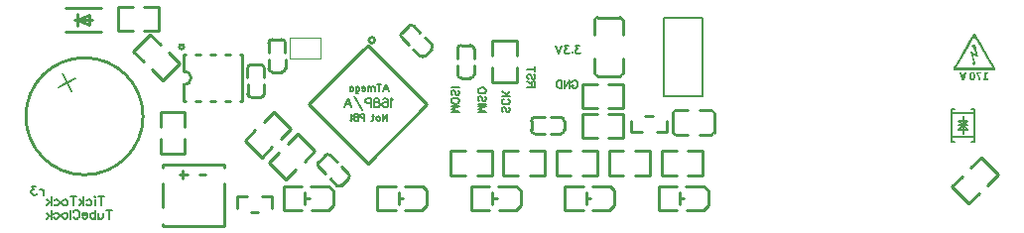
<source format=gbo>
G04 Layer: BottomSilkscreenLayer*
G04 EasyEDA v6.5.1, 2022-03-27 10:56:29*
G04 5bdfba2922064175801a4ef29472edea,f5a38c858c354eb5b90fd3f81420cce3,10*
G04 Gerber Generator version 0.2*
G04 Scale: 100 percent, Rotated: No, Reflected: No *
G04 Dimensions in millimeters *
G04 leading zeros omitted , absolute positions ,4 integer and 5 decimal *
%FSLAX45Y45*%
%MOMM*%

%ADD10C,0.2540*%
%ADD12C,0.1500*%
%ADD47C,0.1524*%
%ADD50C,0.1600*%
%ADD51C,0.2007*%
%ADD52C,0.1016*%
%ADD53C,0.2030*%

%LPD*%
G36*
X8592007Y-290880D02*
G01*
X8589416Y-291744D01*
X8586724Y-294030D01*
X8573465Y-315925D01*
X8546693Y-361696D01*
X8471509Y-492353D01*
X8440013Y-547725D01*
X8419159Y-584860D01*
X8440267Y-584860D01*
X8550198Y-395325D01*
X8579459Y-345236D01*
X8593074Y-322630D01*
X8596071Y-327253D01*
X8616137Y-360934D01*
X8649970Y-418795D01*
X8746236Y-584860D01*
X8646820Y-585266D01*
X8516823Y-585165D01*
X8419159Y-584860D01*
X8413546Y-595680D01*
X8414258Y-598830D01*
X8416188Y-601624D01*
X8419134Y-603808D01*
X8423249Y-605129D01*
X8446465Y-605383D01*
X8586825Y-605485D01*
X8766708Y-605078D01*
X8771229Y-600608D01*
X8772296Y-598932D01*
X8773007Y-597306D01*
X8773261Y-595884D01*
X8770721Y-590702D01*
X8752890Y-558495D01*
X8722969Y-505815D01*
X8650528Y-380339D01*
X8619947Y-328168D01*
X8601100Y-296773D01*
X8597900Y-292100D01*
X8594801Y-291033D01*
G37*
G36*
X8584844Y-391922D02*
G01*
X8574786Y-392176D01*
X8571738Y-392480D01*
X8570671Y-392836D01*
X8575649Y-404672D01*
X8599373Y-458673D01*
X8604046Y-470154D01*
X8597239Y-466851D01*
X8565438Y-449783D01*
X8560460Y-447344D01*
X8558428Y-446633D01*
X8559190Y-450545D01*
X8565642Y-475792D01*
X8583269Y-541731D01*
X8582812Y-541832D01*
X8579662Y-540512D01*
X8571534Y-535838D01*
X8596528Y-572160D01*
X8601202Y-543153D01*
X8602980Y-530098D01*
X8601710Y-531368D01*
X8597646Y-536803D01*
X8596325Y-538226D01*
X8595258Y-538988D01*
X8594648Y-539038D01*
X8592007Y-522985D01*
X8587892Y-493420D01*
X8585758Y-474980D01*
X8586622Y-474268D01*
X8589822Y-475183D01*
X8596223Y-478180D01*
X8615019Y-487832D01*
X8626449Y-493420D01*
X8628329Y-494080D01*
X8627364Y-489864D01*
X8619693Y-462483D01*
X8599068Y-391922D01*
G37*
G36*
X8473440Y-620928D02*
G01*
X8466074Y-621334D01*
X8465464Y-621639D01*
X8485225Y-688289D01*
X8485936Y-689406D01*
X8487562Y-690067D01*
X8490661Y-690422D01*
X8505342Y-690473D01*
X8525916Y-622452D01*
X8525764Y-621639D01*
X8524544Y-621233D01*
X8522004Y-621080D01*
X8509152Y-621538D01*
X8495639Y-674014D01*
X8494877Y-672592D01*
X8493201Y-667308D01*
X8488172Y-648411D01*
X8481364Y-620928D01*
G37*
G36*
X8573871Y-621182D02*
G01*
X8567724Y-622452D01*
X8562594Y-625043D01*
X8557615Y-629970D01*
X8554415Y-636117D01*
X8552738Y-644398D01*
X8552296Y-654253D01*
X8567064Y-654253D01*
X8567318Y-646277D01*
X8567775Y-641197D01*
X8568588Y-638149D01*
X8569858Y-636219D01*
X8572754Y-634136D01*
X8576005Y-633577D01*
X8579104Y-634542D01*
X8581644Y-636981D01*
X8582761Y-639775D01*
X8583625Y-644093D01*
X8584184Y-649325D01*
X8584488Y-655116D01*
X8584438Y-660958D01*
X8584082Y-666394D01*
X8583371Y-670915D01*
X8582355Y-674065D01*
X8581034Y-676351D01*
X8579713Y-677672D01*
X8578037Y-678332D01*
X8575649Y-678484D01*
X8571179Y-677367D01*
X8568436Y-673506D01*
X8567166Y-666089D01*
X8567064Y-654253D01*
X8552296Y-654253D01*
X8552535Y-664464D01*
X8553551Y-671880D01*
X8555278Y-677976D01*
X8557717Y-682853D01*
X8560968Y-686562D01*
X8565032Y-689152D01*
X8569960Y-690626D01*
X8575751Y-691134D01*
X8581136Y-690676D01*
X8585809Y-689305D01*
X8589721Y-686968D01*
X8592972Y-683666D01*
X8595563Y-679399D01*
X8597493Y-674065D01*
X8598763Y-667715D01*
X8599474Y-660247D01*
X8599576Y-653237D01*
X8599119Y-646887D01*
X8598204Y-641197D01*
X8596731Y-636219D01*
X8594750Y-631901D01*
X8592210Y-628243D01*
X8589213Y-625297D01*
X8585657Y-623011D01*
X8580120Y-621334D01*
G37*
G36*
X8679535Y-622147D02*
G01*
X8679535Y-677824D01*
X8666835Y-677824D01*
X8666835Y-690524D01*
X8711184Y-690524D01*
X8711184Y-677824D01*
X8695994Y-677824D01*
X8695994Y-638759D01*
X8705443Y-638048D01*
X8707272Y-637438D01*
X8708085Y-636016D01*
X8708796Y-628853D01*
X8696350Y-624433D01*
X8692337Y-623366D01*
X8688527Y-622655D01*
X8685530Y-622350D01*
G37*
G36*
X8608618Y-622147D02*
G01*
X8608618Y-626618D01*
X8608872Y-629056D01*
X8609787Y-631748D01*
X8611311Y-634796D01*
X8616696Y-643229D01*
X8619337Y-647903D01*
X8621471Y-652424D01*
X8623249Y-657047D01*
X8624620Y-661873D01*
X8625687Y-667156D01*
X8626500Y-672947D01*
X8627973Y-690524D01*
X8644331Y-690524D01*
X8642654Y-676351D01*
X8641486Y-670509D01*
X8639962Y-664667D01*
X8638184Y-659028D01*
X8636101Y-653592D01*
X8633815Y-648462D01*
X8631275Y-643788D01*
X8626195Y-636168D01*
X8656066Y-635457D01*
X8656828Y-622147D01*
G37*
D50*
X5226047Y-399257D02*
G01*
X5191046Y-399257D01*
X5210136Y-424710D01*
X5200591Y-424713D01*
X5194228Y-427893D01*
X5191046Y-431076D01*
X5187863Y-440623D01*
X5187863Y-446984D01*
X5191046Y-456531D01*
X5197411Y-462894D01*
X5206956Y-466077D01*
X5216499Y-466077D01*
X5226047Y-462894D01*
X5229230Y-459712D01*
X5232410Y-453349D01*
X5163682Y-450166D02*
G01*
X5166865Y-453349D01*
X5163682Y-456531D01*
X5160500Y-453349D01*
X5163682Y-450166D01*
X5133136Y-399257D02*
G01*
X5098138Y-399260D01*
X5117228Y-424713D01*
X5107680Y-424713D01*
X5101318Y-427893D01*
X5098138Y-431076D01*
X5094955Y-440623D01*
X5094955Y-446986D01*
X5098138Y-456531D01*
X5104500Y-462894D01*
X5114046Y-466077D01*
X5123591Y-466077D01*
X5133136Y-462894D01*
X5136319Y-459712D01*
X5139499Y-453349D01*
X5073954Y-399260D02*
G01*
X5048501Y-466077D01*
X5023045Y-399257D02*
G01*
X5048501Y-466077D01*
X5159283Y-707268D02*
G01*
X5162463Y-700902D01*
X5168828Y-694540D01*
X5175194Y-691357D01*
X5187919Y-691357D01*
X5194282Y-694540D01*
X5200644Y-700902D01*
X5203830Y-707268D01*
X5207010Y-716813D01*
X5207010Y-732723D01*
X5203827Y-742266D01*
X5200647Y-748629D01*
X5194282Y-754994D01*
X5187916Y-758177D01*
X5175191Y-758177D01*
X5168828Y-754994D01*
X5162463Y-748631D01*
X5159281Y-742266D01*
X5159281Y-732723D01*
X5175191Y-732723D02*
G01*
X5159281Y-732723D01*
X5138282Y-691360D02*
G01*
X5138282Y-758177D01*
X5138282Y-691360D02*
G01*
X5093736Y-758177D01*
X5093738Y-691357D02*
G01*
X5093736Y-758177D01*
X5072738Y-691360D02*
G01*
X5072738Y-758177D01*
X5072738Y-691360D02*
G01*
X5050464Y-691357D01*
X5040919Y-694540D01*
X5034556Y-700902D01*
X5031371Y-707268D01*
X5028191Y-716813D01*
X5028191Y-732723D01*
X5031374Y-742266D01*
X5034554Y-748629D01*
X5040919Y-754994D01*
X5050464Y-758177D01*
X5072738Y-758177D01*
X4620392Y-920653D02*
G01*
X4626754Y-927018D01*
X4629934Y-936564D01*
X4629934Y-949289D01*
X4626754Y-958837D01*
X4620392Y-965200D01*
X4614026Y-965200D01*
X4607664Y-962017D01*
X4604484Y-958837D01*
X4601298Y-952472D01*
X4594936Y-933381D01*
X4591753Y-927018D01*
X4588570Y-923836D01*
X4582210Y-920653D01*
X4572662Y-920653D01*
X4566300Y-927018D01*
X4563117Y-936564D01*
X4563117Y-949289D01*
X4566300Y-958837D01*
X4572662Y-965200D01*
X4614026Y-851928D02*
G01*
X4620392Y-855108D01*
X4626754Y-861471D01*
X4629934Y-867836D01*
X4629937Y-880564D01*
X4626754Y-886927D01*
X4620392Y-893290D01*
X4614026Y-896475D01*
X4604481Y-899655D01*
X4588570Y-899655D01*
X4579028Y-896472D01*
X4572665Y-893292D01*
X4566300Y-886927D01*
X4563117Y-880562D01*
X4563117Y-867836D01*
X4566300Y-861471D01*
X4572662Y-855108D01*
X4579028Y-851926D01*
X4629934Y-830927D02*
G01*
X4563117Y-830927D01*
X4629934Y-786381D02*
G01*
X4585388Y-830927D01*
X4601298Y-815017D02*
G01*
X4563117Y-786381D01*
X4426734Y-965200D02*
G01*
X4359917Y-965200D01*
X4426734Y-965200D02*
G01*
X4359917Y-939746D01*
X4426737Y-914290D02*
G01*
X4359917Y-939746D01*
X4426737Y-914290D02*
G01*
X4359917Y-914290D01*
X4426737Y-893292D02*
G01*
X4359917Y-893290D01*
X4417192Y-827745D02*
G01*
X4423554Y-834108D01*
X4426734Y-843653D01*
X4426737Y-856383D01*
X4423554Y-865926D01*
X4417192Y-872289D01*
X4410826Y-872291D01*
X4404461Y-869109D01*
X4401281Y-865929D01*
X4398098Y-859563D01*
X4391736Y-840473D01*
X4388553Y-834110D01*
X4385370Y-830927D01*
X4379008Y-827745D01*
X4369465Y-827745D01*
X4363100Y-834110D01*
X4359917Y-843653D01*
X4359917Y-856381D01*
X4363100Y-865926D01*
X4369462Y-872289D01*
X4426737Y-787654D02*
G01*
X4423557Y-794019D01*
X4417192Y-800384D01*
X4410826Y-803564D01*
X4401281Y-806744D01*
X4385370Y-806744D01*
X4375828Y-803562D01*
X4369465Y-800381D01*
X4363100Y-794019D01*
X4359917Y-787654D01*
X4359917Y-774926D01*
X4363100Y-768563D01*
X4369462Y-762200D01*
X4375825Y-759018D01*
X4385373Y-755835D01*
X4401284Y-755835D01*
X4410826Y-759018D01*
X4417192Y-762200D01*
X4423554Y-768563D01*
X4426737Y-774928D01*
X4426737Y-787654D01*
X4198134Y-965200D02*
G01*
X4131317Y-965200D01*
X4198134Y-965200D02*
G01*
X4131317Y-939746D01*
X4198137Y-914290D02*
G01*
X4131317Y-939746D01*
X4198137Y-914290D02*
G01*
X4131317Y-914290D01*
X4198137Y-874199D02*
G01*
X4194954Y-880564D01*
X4188592Y-886927D01*
X4182226Y-890109D01*
X4172681Y-893290D01*
X4156773Y-893292D01*
X4147225Y-890109D01*
X4140865Y-886927D01*
X4134500Y-880562D01*
X4131317Y-874201D01*
X4131317Y-861471D01*
X4134500Y-855108D01*
X4140865Y-848746D01*
X4147225Y-845563D01*
X4156770Y-842383D01*
X4172681Y-842383D01*
X4182226Y-845563D01*
X4188592Y-848743D01*
X4194957Y-855108D01*
X4198137Y-861471D01*
X4198137Y-874199D01*
X4188592Y-776836D02*
G01*
X4194954Y-783201D01*
X4198137Y-792744D01*
X4198137Y-805472D01*
X4194954Y-815019D01*
X4188592Y-821382D01*
X4182226Y-821380D01*
X4175864Y-818200D01*
X4172681Y-815017D01*
X4169501Y-808654D01*
X4163136Y-789564D01*
X4159953Y-783198D01*
X4156773Y-780018D01*
X4150408Y-776836D01*
X4140865Y-776836D01*
X4134500Y-783201D01*
X4131317Y-792746D01*
X4131317Y-805474D01*
X4134500Y-815017D01*
X4140865Y-821380D01*
X4198137Y-755835D02*
G01*
X4131317Y-755837D01*
X4845834Y-749300D02*
G01*
X4779017Y-749300D01*
X4845834Y-749300D02*
G01*
X4845834Y-720664D01*
X4842654Y-711118D01*
X4839474Y-707936D01*
X4833109Y-704753D01*
X4826746Y-704753D01*
X4820381Y-707936D01*
X4817201Y-711118D01*
X4814018Y-720664D01*
X4814018Y-749300D01*
X4814018Y-727026D02*
G01*
X4779017Y-704753D01*
X4836292Y-639208D02*
G01*
X4842654Y-645571D01*
X4845834Y-655119D01*
X4845834Y-667844D01*
X4842654Y-677392D01*
X4836292Y-683755D01*
X4829926Y-683752D01*
X4823564Y-680572D01*
X4820381Y-677390D01*
X4817201Y-671027D01*
X4810836Y-651936D01*
X4807653Y-645571D01*
X4804470Y-642391D01*
X4798110Y-639208D01*
X4788562Y-639208D01*
X4782200Y-645571D01*
X4779017Y-655119D01*
X4779017Y-667844D01*
X4782200Y-677392D01*
X4788562Y-683755D01*
X4845837Y-595937D02*
G01*
X4779017Y-595934D01*
X4845837Y-618208D02*
G01*
X4845834Y-573664D01*
X3632200Y-860917D02*
G01*
X3624927Y-857283D01*
X3614018Y-846373D01*
X3614018Y-922736D01*
X3546381Y-857283D02*
G01*
X3550018Y-850008D01*
X3560927Y-846373D01*
X3568199Y-846373D01*
X3579108Y-850008D01*
X3586380Y-860917D01*
X3590018Y-879099D01*
X3590018Y-897282D01*
X3586380Y-911826D01*
X3579108Y-919098D01*
X3568199Y-922736D01*
X3564564Y-922736D01*
X3553655Y-919098D01*
X3546381Y-911826D01*
X3542746Y-900917D01*
X3542746Y-897282D01*
X3546381Y-886373D01*
X3553655Y-879099D01*
X3564564Y-875464D01*
X3568199Y-875464D01*
X3579108Y-879099D01*
X3586380Y-886373D01*
X3590018Y-897282D01*
X3500564Y-846373D02*
G01*
X3511473Y-850008D01*
X3515108Y-857283D01*
X3515108Y-864555D01*
X3511473Y-871827D01*
X3504199Y-875464D01*
X3489655Y-879099D01*
X3478745Y-882736D01*
X3471473Y-890008D01*
X3467836Y-897282D01*
X3467836Y-908189D01*
X3471473Y-915464D01*
X3475108Y-919098D01*
X3486017Y-922736D01*
X3500564Y-922736D01*
X3511473Y-919098D01*
X3515108Y-915464D01*
X3518745Y-908189D01*
X3518745Y-897282D01*
X3515108Y-890008D01*
X3507836Y-882736D01*
X3496927Y-879099D01*
X3482383Y-875464D01*
X3475108Y-871827D01*
X3471473Y-864555D01*
X3471473Y-857283D01*
X3475108Y-850008D01*
X3486017Y-846373D01*
X3500564Y-846373D01*
X3443836Y-846373D02*
G01*
X3443836Y-922736D01*
X3443836Y-846373D02*
G01*
X3411110Y-846373D01*
X3400201Y-850008D01*
X3396564Y-853645D01*
X3392926Y-860917D01*
X3392926Y-871827D01*
X3396564Y-879099D01*
X3400201Y-882736D01*
X3411110Y-886373D01*
X3443836Y-886373D01*
X3303473Y-831827D02*
G01*
X3368929Y-948189D01*
X3250382Y-846373D02*
G01*
X3279472Y-922736D01*
X3250382Y-846373D02*
G01*
X3221291Y-922736D01*
X3268563Y-897282D02*
G01*
X3232200Y-897282D01*
X3581400Y-980854D02*
G01*
X3581400Y-1038128D01*
X3581400Y-980854D02*
G01*
X3543218Y-1038128D01*
X3543218Y-980854D02*
G01*
X3543218Y-1038128D01*
X3511583Y-999944D02*
G01*
X3517036Y-1002672D01*
X3522489Y-1008128D01*
X3525217Y-1016309D01*
X3525217Y-1021763D01*
X3522489Y-1029944D01*
X3517036Y-1035400D01*
X3511583Y-1038128D01*
X3503399Y-1038128D01*
X3497945Y-1035400D01*
X3492489Y-1029944D01*
X3489764Y-1021763D01*
X3489764Y-1016309D01*
X3492489Y-1008128D01*
X3497945Y-1002672D01*
X3503399Y-999944D01*
X3511583Y-999944D01*
X3463582Y-980854D02*
G01*
X3463582Y-1027219D01*
X3460854Y-1035400D01*
X3455400Y-1038128D01*
X3449944Y-1038128D01*
X3471763Y-999944D02*
G01*
X3452672Y-999944D01*
X3389944Y-980854D02*
G01*
X3389944Y-1038128D01*
X3389944Y-980854D02*
G01*
X3365400Y-980854D01*
X3357217Y-983581D01*
X3354491Y-986309D01*
X3351763Y-991763D01*
X3351763Y-999944D01*
X3354491Y-1005400D01*
X3357217Y-1008128D01*
X3365400Y-1010853D01*
X3389944Y-1010853D01*
X3333762Y-980854D02*
G01*
X3333762Y-1038128D01*
X3333762Y-980854D02*
G01*
X3309218Y-980854D01*
X3301037Y-983581D01*
X3298309Y-986309D01*
X3295581Y-991763D01*
X3295581Y-997219D01*
X3298309Y-1002672D01*
X3301037Y-1005400D01*
X3309218Y-1008128D01*
X3333762Y-1008128D02*
G01*
X3309218Y-1008128D01*
X3301037Y-1010853D01*
X3298309Y-1013581D01*
X3295581Y-1019035D01*
X3295581Y-1027219D01*
X3298309Y-1032672D01*
X3301037Y-1035400D01*
X3309218Y-1038128D01*
X3333762Y-1038128D01*
X3274855Y-980854D02*
G01*
X3274855Y-1019035D01*
X3274855Y-1032672D02*
G01*
X3277582Y-1035400D01*
X3274855Y-1038128D01*
X3272127Y-1035400D01*
X3274855Y-1032672D01*
X3572281Y-726854D02*
G01*
X3594100Y-784128D01*
X3572281Y-726854D02*
G01*
X3550462Y-784128D01*
X3585918Y-765035D02*
G01*
X3558646Y-765035D01*
X3513373Y-726854D02*
G01*
X3513373Y-784128D01*
X3532464Y-726854D02*
G01*
X3494283Y-726854D01*
X3476282Y-745944D02*
G01*
X3476282Y-784128D01*
X3476282Y-756853D02*
G01*
X3468100Y-748672D01*
X3462644Y-745944D01*
X3454463Y-745944D01*
X3449010Y-748672D01*
X3446282Y-756853D01*
X3446282Y-784128D01*
X3446282Y-756853D02*
G01*
X3438100Y-748672D01*
X3432644Y-745944D01*
X3424463Y-745944D01*
X3419010Y-748672D01*
X3416282Y-756853D01*
X3416282Y-784128D01*
X3398281Y-762309D02*
G01*
X3365553Y-762309D01*
X3365553Y-756853D01*
X3368281Y-751400D01*
X3371009Y-748672D01*
X3376462Y-745944D01*
X3384646Y-745944D01*
X3390099Y-748672D01*
X3395553Y-754128D01*
X3398281Y-762309D01*
X3398281Y-767763D01*
X3395553Y-775944D01*
X3390099Y-781400D01*
X3384646Y-784128D01*
X3376462Y-784128D01*
X3371009Y-781400D01*
X3365553Y-775944D01*
X3314827Y-745944D02*
G01*
X3314827Y-789581D01*
X3317554Y-797763D01*
X3320282Y-800491D01*
X3325736Y-803219D01*
X3333917Y-803219D01*
X3339373Y-800491D01*
X3314827Y-754128D02*
G01*
X3320282Y-748672D01*
X3325736Y-745944D01*
X3333917Y-745944D01*
X3339373Y-748672D01*
X3344826Y-754128D01*
X3347554Y-762309D01*
X3347554Y-767763D01*
X3344826Y-775944D01*
X3339373Y-781400D01*
X3333917Y-784128D01*
X3325736Y-784128D01*
X3320282Y-781400D01*
X3314827Y-775944D01*
X3264100Y-745944D02*
G01*
X3264100Y-784128D01*
X3264100Y-754128D02*
G01*
X3269554Y-748672D01*
X3275009Y-745944D01*
X3283191Y-745944D01*
X3288644Y-748672D01*
X3294100Y-754128D01*
X3296826Y-762309D01*
X3296826Y-767763D01*
X3294100Y-775944D01*
X3288644Y-781400D01*
X3283191Y-784128D01*
X3275009Y-784128D01*
X3269554Y-781400D01*
X3264100Y-775944D01*
X1142946Y-1684573D02*
G01*
X1142946Y-1760936D01*
X1168400Y-1684573D02*
G01*
X1117490Y-1684573D01*
X1093490Y-1684573D02*
G01*
X1089855Y-1688208D01*
X1086218Y-1684573D01*
X1089855Y-1680936D01*
X1093490Y-1684573D01*
X1089855Y-1710027D02*
G01*
X1089855Y-1760936D01*
X1018580Y-1720936D02*
G01*
X1025855Y-1713664D01*
X1033127Y-1710027D01*
X1044036Y-1710027D01*
X1051308Y-1713664D01*
X1058580Y-1720936D01*
X1062217Y-1731845D01*
X1062217Y-1739117D01*
X1058580Y-1750026D01*
X1051308Y-1757298D01*
X1044036Y-1760936D01*
X1033127Y-1760936D01*
X1025855Y-1757298D01*
X1018580Y-1750026D01*
X994582Y-1684573D02*
G01*
X994582Y-1760936D01*
X958217Y-1710027D02*
G01*
X994582Y-1746389D01*
X980036Y-1731845D02*
G01*
X954582Y-1760936D01*
X905126Y-1684573D02*
G01*
X905126Y-1760936D01*
X930582Y-1684573D02*
G01*
X879673Y-1684573D01*
X837491Y-1710027D02*
G01*
X844763Y-1713664D01*
X852035Y-1720936D01*
X855672Y-1731845D01*
X855672Y-1739117D01*
X852035Y-1750026D01*
X844763Y-1757298D01*
X837491Y-1760936D01*
X826582Y-1760936D01*
X819310Y-1757298D01*
X812035Y-1750026D01*
X808400Y-1739117D01*
X808400Y-1731845D01*
X812035Y-1720936D01*
X819310Y-1713664D01*
X826582Y-1710027D01*
X837491Y-1710027D01*
X740763Y-1720936D02*
G01*
X748037Y-1713664D01*
X755309Y-1710027D01*
X766218Y-1710027D01*
X773490Y-1713664D01*
X780762Y-1720936D01*
X784400Y-1731845D01*
X784400Y-1739117D01*
X780762Y-1750026D01*
X773490Y-1757298D01*
X766218Y-1760936D01*
X755309Y-1760936D01*
X748037Y-1757298D01*
X740763Y-1750026D01*
X716762Y-1684573D02*
G01*
X716762Y-1760936D01*
X680399Y-1710027D02*
G01*
X716762Y-1746389D01*
X702218Y-1731845D02*
G01*
X676762Y-1760936D01*
X1206446Y-1798873D02*
G01*
X1206446Y-1875236D01*
X1231900Y-1798873D02*
G01*
X1180990Y-1798873D01*
X1156990Y-1824327D02*
G01*
X1156990Y-1860689D01*
X1153355Y-1871598D01*
X1146081Y-1875236D01*
X1135171Y-1875236D01*
X1127899Y-1871598D01*
X1116990Y-1860689D01*
X1116990Y-1824327D02*
G01*
X1116990Y-1875236D01*
X1092989Y-1798873D02*
G01*
X1092989Y-1875236D01*
X1092989Y-1835236D02*
G01*
X1085717Y-1827964D01*
X1078445Y-1824327D01*
X1067536Y-1824327D01*
X1060264Y-1827964D01*
X1052990Y-1835236D01*
X1049355Y-1846145D01*
X1049355Y-1853417D01*
X1052990Y-1864326D01*
X1060264Y-1871598D01*
X1067536Y-1875236D01*
X1078445Y-1875236D01*
X1085717Y-1871598D01*
X1092989Y-1864326D01*
X1025354Y-1846145D02*
G01*
X981717Y-1846145D01*
X981717Y-1838873D01*
X985354Y-1831599D01*
X988989Y-1827964D01*
X996264Y-1824327D01*
X1007173Y-1824327D01*
X1014445Y-1827964D01*
X1021717Y-1835236D01*
X1025354Y-1846145D01*
X1025354Y-1853417D01*
X1021717Y-1864326D01*
X1014445Y-1871598D01*
X1007173Y-1875236D01*
X996264Y-1875236D01*
X988989Y-1871598D01*
X981717Y-1864326D01*
X903173Y-1817055D02*
G01*
X906807Y-1809783D01*
X914082Y-1802508D01*
X921354Y-1798873D01*
X935901Y-1798873D01*
X943173Y-1802508D01*
X950445Y-1809783D01*
X954082Y-1817055D01*
X957717Y-1827964D01*
X957717Y-1846145D01*
X954082Y-1857054D01*
X950445Y-1864326D01*
X943173Y-1871598D01*
X935901Y-1875236D01*
X921354Y-1875236D01*
X914082Y-1871598D01*
X906807Y-1864326D01*
X903173Y-1857054D01*
X879172Y-1798873D02*
G01*
X879172Y-1875236D01*
X836990Y-1824327D02*
G01*
X844262Y-1827964D01*
X851537Y-1835236D01*
X855172Y-1846145D01*
X855172Y-1853417D01*
X851537Y-1864326D01*
X844262Y-1871598D01*
X836990Y-1875236D01*
X826081Y-1875236D01*
X818809Y-1871598D01*
X811537Y-1864326D01*
X807900Y-1853417D01*
X807900Y-1846145D01*
X811537Y-1835236D01*
X818809Y-1827964D01*
X826081Y-1824327D01*
X836990Y-1824327D01*
X740262Y-1835236D02*
G01*
X747537Y-1827964D01*
X754809Y-1824327D01*
X765718Y-1824327D01*
X772990Y-1827964D01*
X780262Y-1835236D01*
X783899Y-1846145D01*
X783899Y-1853417D01*
X780262Y-1864326D01*
X772990Y-1871598D01*
X765718Y-1875236D01*
X754809Y-1875236D01*
X747537Y-1871598D01*
X740262Y-1864326D01*
X716264Y-1798873D02*
G01*
X716264Y-1875236D01*
X679899Y-1824327D02*
G01*
X716264Y-1860689D01*
X701718Y-1846145D02*
G01*
X676264Y-1875236D01*
X647700Y-1621127D02*
G01*
X647700Y-1672036D01*
X647700Y-1642945D02*
G01*
X644062Y-1632036D01*
X636790Y-1624764D01*
X629518Y-1621127D01*
X618609Y-1621127D01*
X587336Y-1595673D02*
G01*
X547336Y-1595673D01*
X569155Y-1624764D01*
X558246Y-1624764D01*
X550971Y-1628400D01*
X547336Y-1632036D01*
X543699Y-1642945D01*
X543699Y-1650217D01*
X547336Y-1661126D01*
X554609Y-1668400D01*
X565518Y-1672036D01*
X576427Y-1672036D01*
X587336Y-1668400D01*
X590971Y-1664764D01*
X594608Y-1657489D01*
D53*
X925842Y-675289D02*
G01*
X776538Y-748106D01*
X887600Y-786348D02*
G01*
X814669Y-636818D01*
D12*
X8458200Y-1078001D02*
G01*
X8534400Y-1078001D01*
D47*
X8398680Y-935380D02*
G01*
X8398680Y-1220622D01*
X8593919Y-935380D02*
G01*
X8569622Y-935380D01*
X8398680Y-935380D02*
G01*
X8422977Y-935380D01*
X8398680Y-1220622D02*
G01*
X8422977Y-1220622D01*
D12*
X8496300Y-1001801D02*
G01*
X8496300Y-1154201D01*
X8458200Y-1039901D02*
G01*
X8496300Y-1078001D01*
X8534400Y-1039901D01*
X8458200Y-1039901D01*
X8534400Y-1116101D02*
G01*
X8496300Y-1078001D01*
X8458200Y-1116101D01*
X8534400Y-1116101D01*
D47*
X8398680Y-1177907D02*
G01*
X8593919Y-1177907D01*
X8398680Y-976320D02*
G01*
X8593919Y-976320D01*
X8593919Y-935380D02*
G01*
X8593919Y-1220622D01*
X8593919Y-1220622D02*
G01*
X8569622Y-1220622D01*
D10*
X3380379Y-433026D02*
G01*
X2913405Y-900000D01*
X3416300Y-1402895D01*
X3919194Y-900000D01*
X3416300Y-397106D01*
X3380379Y-433026D01*
X2482496Y-1822599D02*
G01*
X2419703Y-1822599D01*
X2601099Y-1682600D02*
G01*
X2514699Y-1682600D01*
X2387500Y-1682600D02*
G01*
X2301100Y-1682600D01*
X2601099Y-1682600D02*
G01*
X2601099Y-1782602D01*
X2301100Y-1682600D02*
G01*
X2301100Y-1782602D01*
X8634666Y-1656877D02*
G01*
X8546277Y-1745267D01*
X8490422Y-1512633D02*
G01*
X8402032Y-1601022D01*
X8705377Y-1586166D02*
G01*
X8793767Y-1497777D01*
X8561133Y-1441922D02*
G01*
X8649522Y-1353532D01*
X8546277Y-1745269D02*
G01*
X8402032Y-1601022D01*
X8793767Y-1497777D02*
G01*
X8649522Y-1353532D01*
X5785203Y-996800D02*
G01*
X5847996Y-996800D01*
X5666600Y-1136799D02*
G01*
X5753000Y-1136799D01*
X5880199Y-1136799D02*
G01*
X5966599Y-1136799D01*
X5666600Y-1136799D02*
G01*
X5666600Y-1036797D01*
X5966599Y-1136799D02*
G01*
X5966599Y-1036797D01*
X6022596Y-974097D02*
G01*
X6022596Y-1134099D01*
X6372603Y-974097D02*
G01*
X6372600Y-1134102D01*
X6147600Y-1158100D02*
G01*
X6042601Y-1158100D01*
X6147600Y-950099D02*
G01*
X6042601Y-950099D01*
X6247599Y-1158100D02*
G01*
X6352598Y-1158100D01*
X6247599Y-950099D02*
G01*
X6352598Y-950099D01*
X6372603Y-972106D02*
G01*
X6372603Y-974097D01*
X6372603Y-970104D02*
G01*
X6372603Y-974097D01*
X6372600Y-1138097D02*
G01*
X6372600Y-1134102D01*
X6022596Y-970104D02*
G01*
X6022596Y-974097D01*
X6022596Y-1138095D02*
G01*
X6022596Y-1134099D01*
X6055677Y-1801726D02*
G01*
X5900737Y-1801726D01*
X5900737Y-1598526D01*
X6055677Y-1598526D01*
X6134417Y-1804266D02*
G01*
X6281737Y-1804266D01*
X6322377Y-1763626D01*
X6322377Y-1636626D01*
X6284277Y-1598526D01*
X6131877Y-1598526D01*
X6080000Y-1649999D02*
G01*
X6080000Y-1750024D01*
X6089992Y-1699999D02*
G01*
X6116891Y-1699999D01*
X5255676Y-1801726D02*
G01*
X5100736Y-1801726D01*
X5100736Y-1598526D01*
X5255676Y-1598526D01*
X5334416Y-1804266D02*
G01*
X5481736Y-1804266D01*
X5522376Y-1763626D01*
X5522376Y-1636626D01*
X5484276Y-1598526D01*
X5331876Y-1598526D01*
X5279999Y-1649999D02*
G01*
X5279999Y-1750024D01*
X5289991Y-1699999D02*
G01*
X5316890Y-1699999D01*
X4455678Y-1801726D02*
G01*
X4300738Y-1801726D01*
X4300738Y-1598526D01*
X4455678Y-1598526D01*
X4534418Y-1804266D02*
G01*
X4681738Y-1804266D01*
X4722378Y-1763626D01*
X4722378Y-1636626D01*
X4684278Y-1598526D01*
X4531878Y-1598526D01*
X4480001Y-1649999D02*
G01*
X4480001Y-1750024D01*
X4489993Y-1699999D02*
G01*
X4516892Y-1699999D01*
X3655677Y-1801726D02*
G01*
X3500737Y-1801726D01*
X3500737Y-1598526D01*
X3655677Y-1598526D01*
X3734417Y-1804266D02*
G01*
X3881737Y-1804266D01*
X3922377Y-1763626D01*
X3922377Y-1636626D01*
X3884277Y-1598526D01*
X3731877Y-1598526D01*
X3680000Y-1649999D02*
G01*
X3680000Y-1750024D01*
X3689992Y-1699999D02*
G01*
X3716891Y-1699999D01*
X2855676Y-1801726D02*
G01*
X2700736Y-1801726D01*
X2700736Y-1598526D01*
X2855676Y-1598526D01*
X2934416Y-1804266D02*
G01*
X3081736Y-1804266D01*
X3122376Y-1763626D01*
X3122376Y-1636626D01*
X3084276Y-1598526D01*
X2931876Y-1598526D01*
X2879999Y-1649999D02*
G01*
X2879999Y-1750024D01*
X2889991Y-1699999D02*
G01*
X2916890Y-1699999D01*
X5372900Y-1181496D02*
G01*
X5247899Y-1181496D01*
X5372900Y-977503D02*
G01*
X5247899Y-977503D01*
X5472899Y-1181496D02*
G01*
X5597900Y-1181496D01*
X5472899Y-977503D02*
G01*
X5597900Y-977503D01*
X5247896Y-1181496D02*
G01*
X5247899Y-977503D01*
X5597900Y-1181496D02*
G01*
X5597900Y-977503D01*
X6050000Y-1501995D02*
G01*
X5924999Y-1501995D01*
X6050000Y-1298003D02*
G01*
X5924999Y-1298003D01*
X6150000Y-1501995D02*
G01*
X6275001Y-1501995D01*
X6150000Y-1298003D02*
G01*
X6275001Y-1298003D01*
X5924997Y-1501995D02*
G01*
X5924999Y-1298003D01*
X6275001Y-1501995D02*
G01*
X6275001Y-1298003D01*
X5699998Y-1298003D02*
G01*
X5824999Y-1298003D01*
X5699998Y-1501995D02*
G01*
X5824999Y-1501995D01*
X5599998Y-1298003D02*
G01*
X5474997Y-1298003D01*
X5599998Y-1501995D02*
G01*
X5474997Y-1501995D01*
X5825002Y-1298003D02*
G01*
X5824999Y-1501995D01*
X5474997Y-1298003D02*
G01*
X5474997Y-1501995D01*
X5249999Y-1298003D02*
G01*
X5375000Y-1298003D01*
X5249999Y-1501995D02*
G01*
X5375000Y-1501995D01*
X5149999Y-1298003D02*
G01*
X5024998Y-1298003D01*
X5149999Y-1501995D02*
G01*
X5024998Y-1501995D01*
X5375003Y-1298003D02*
G01*
X5375000Y-1501995D01*
X5024998Y-1298003D02*
G01*
X5024998Y-1501995D01*
X4800000Y-1298003D02*
G01*
X4925001Y-1298003D01*
X4800000Y-1501995D02*
G01*
X4925001Y-1501995D01*
X4700000Y-1298003D02*
G01*
X4574999Y-1298003D01*
X4700000Y-1501995D02*
G01*
X4574999Y-1501995D01*
X4925004Y-1298003D02*
G01*
X4925001Y-1501995D01*
X4574999Y-1298003D02*
G01*
X4574999Y-1501995D01*
X4349998Y-1298003D02*
G01*
X4474999Y-1298003D01*
X4349998Y-1501995D02*
G01*
X4474999Y-1501995D01*
X4249999Y-1298003D02*
G01*
X4124998Y-1298003D01*
X4249999Y-1501995D02*
G01*
X4124998Y-1501995D01*
X4475002Y-1298003D02*
G01*
X4474999Y-1501995D01*
X4124998Y-1298003D02*
G01*
X4124998Y-1501995D01*
X5573699Y-156397D02*
G01*
X5373700Y-156397D01*
X5593699Y-506399D02*
G01*
X5593699Y-626399D01*
X5353700Y-506399D02*
G01*
X5353700Y-626399D01*
X5593699Y-306397D02*
G01*
X5593699Y-186400D01*
X5353700Y-306397D02*
G01*
X5353700Y-186400D01*
X5573699Y-656399D02*
G01*
X5373700Y-656399D01*
X5593699Y-636399D02*
G01*
X5593699Y-626399D01*
X5353700Y-636399D02*
G01*
X5353700Y-626399D01*
X5593699Y-176397D02*
G01*
X5593699Y-186400D01*
X5353700Y-176397D02*
G01*
X5353700Y-186400D01*
X5372900Y-927496D02*
G01*
X5247899Y-927496D01*
X5372900Y-723503D02*
G01*
X5247899Y-723503D01*
X5472899Y-927496D02*
G01*
X5597900Y-927496D01*
X5472899Y-723503D02*
G01*
X5597900Y-723503D01*
X5247896Y-927498D02*
G01*
X5247899Y-723503D01*
X5597900Y-927496D02*
G01*
X5597900Y-723503D01*
X1510499Y-63103D02*
G01*
X1635500Y-63103D01*
X1510499Y-267096D02*
G01*
X1635500Y-267096D01*
X1410500Y-63103D02*
G01*
X1285499Y-63103D01*
X1410500Y-267096D02*
G01*
X1285499Y-267096D01*
X1635503Y-63101D02*
G01*
X1635500Y-267096D01*
X1285499Y-63103D02*
G01*
X1285499Y-267096D01*
X939800Y-177800D02*
G01*
X1041400Y-218439D01*
X1041400Y-218439D02*
G01*
X1041400Y-137160D01*
X1041400Y-137160D02*
G01*
X939800Y-177800D01*
X840600Y-277799D02*
G01*
X1140602Y-277799D01*
X840597Y-77800D02*
G01*
X1140599Y-77800D01*
X939800Y-228600D02*
G01*
X939800Y-127000D01*
X914400Y-177800D02*
G01*
X1066800Y-177800D01*
X1845500Y-473100D02*
G01*
X1859912Y-473100D01*
X1950087Y-473100D02*
G01*
X1986912Y-473100D01*
X1845500Y-873099D02*
G01*
X1859912Y-873099D01*
X1950087Y-873099D02*
G01*
X1986912Y-873099D01*
X2077087Y-873099D02*
G01*
X2113912Y-873099D01*
X2204087Y-873099D02*
G01*
X2240912Y-873099D01*
X1845500Y-615101D02*
G01*
X1845500Y-473100D01*
X2077087Y-473100D02*
G01*
X2113912Y-473100D01*
X2204087Y-473100D02*
G01*
X2240912Y-473100D01*
X2331087Y-473100D02*
G01*
X2345499Y-473100D01*
X1845500Y-873099D02*
G01*
X1845500Y-733099D01*
X2345499Y-873102D02*
G01*
X2345499Y-473100D01*
X2331087Y-873102D02*
G01*
X2345499Y-873102D01*
X1840415Y-1533903D02*
G01*
X1840415Y-1461399D01*
X1810412Y-1498897D02*
G01*
X1880412Y-1498897D01*
X2190508Y-1806450D02*
G01*
X2190508Y-1816354D01*
X2190409Y-1936396D01*
X2070366Y-1936495D01*
X1670415Y-1936396D02*
G01*
X1670415Y-1916404D01*
X2190409Y-1416403D02*
G01*
X2190409Y-1436395D01*
X1670415Y-1416403D02*
G01*
X1670415Y-1436395D01*
X2190409Y-1806394D02*
G01*
X2190409Y-1576400D01*
X1670415Y-1416403D02*
G01*
X2190409Y-1416403D01*
X1670415Y-1936396D02*
G01*
X2070417Y-1936396D01*
X1980412Y-1498897D02*
G01*
X2030412Y-1498897D01*
X1670316Y-1776399D02*
G01*
X1670415Y-1576400D01*
X3864343Y-285831D02*
G01*
X3807772Y-229262D01*
X3707391Y-285831D02*
G01*
X3763959Y-229262D01*
X3763959Y-386214D02*
G01*
X3707389Y-329646D01*
X3905478Y-326141D02*
G01*
X3962044Y-382706D01*
X3805095Y-426524D02*
G01*
X3861661Y-483090D01*
X3905473Y-483090D02*
G01*
X3962044Y-426521D01*
X2533599Y-669632D02*
G01*
X2533599Y-589630D01*
X2422618Y-558650D02*
G01*
X2502618Y-558650D01*
X2391636Y-669632D02*
G01*
X2391633Y-589630D01*
X2534183Y-727222D02*
G01*
X2534183Y-807219D01*
X2392220Y-727222D02*
G01*
X2392220Y-807219D01*
X2423200Y-838197D02*
G01*
X2503203Y-838200D01*
D51*
X5945886Y-159765D02*
G01*
X5945886Y-829818D01*
X6270752Y-829818D01*
X6270752Y-159765D01*
X5945886Y-159765D01*
D52*
X2751696Y-503199D02*
G01*
X2751696Y-328218D01*
X3016694Y-328218D01*
X3016694Y-508203D01*
X2751696Y-508203D01*
X2751696Y-498195D01*
D10*
X4686696Y-583399D02*
G01*
X4686696Y-708400D01*
X4482703Y-583399D02*
G01*
X4482703Y-708400D01*
X4686696Y-483400D02*
G01*
X4686696Y-358399D01*
X4482703Y-483400D02*
G01*
X4482703Y-358399D01*
X4686698Y-708403D02*
G01*
X4482703Y-708400D01*
X4686696Y-358399D02*
G01*
X4482703Y-358399D01*
X2571800Y-511467D02*
G01*
X2571800Y-591469D01*
X2682781Y-622449D02*
G01*
X2602781Y-622449D01*
X2713763Y-511467D02*
G01*
X2713766Y-591469D01*
X2571216Y-453877D02*
G01*
X2571216Y-373880D01*
X2713179Y-453877D02*
G01*
X2713179Y-373880D01*
X2682199Y-342902D02*
G01*
X2602196Y-342900D01*
X3095256Y-1530268D02*
G01*
X3151827Y-1586837D01*
X3252208Y-1530268D02*
G01*
X3195640Y-1586837D01*
X3195640Y-1429885D02*
G01*
X3252210Y-1486453D01*
X3054121Y-1489958D02*
G01*
X2997555Y-1433393D01*
X3154504Y-1389575D02*
G01*
X3097938Y-1333009D01*
X3054126Y-1333009D02*
G01*
X2997555Y-1389578D01*
X4981867Y-1149299D02*
G01*
X5061869Y-1149299D01*
X5092849Y-1038318D02*
G01*
X5092849Y-1118318D01*
X4981867Y-1007336D02*
G01*
X5061869Y-1007333D01*
X4924277Y-1149883D02*
G01*
X4844280Y-1149883D01*
X4924277Y-1007920D02*
G01*
X4844280Y-1007920D01*
X4813302Y-1038900D02*
G01*
X4813300Y-1118903D01*
X1505422Y-532066D02*
G01*
X1417032Y-443677D01*
X1649666Y-387822D02*
G01*
X1561277Y-299432D01*
X1576133Y-602777D02*
G01*
X1664522Y-691167D01*
X1720377Y-458533D02*
G01*
X1808767Y-546922D01*
X1417030Y-443677D02*
G01*
X1561277Y-299432D01*
X1664522Y-691167D02*
G01*
X1808767Y-546922D01*
X2528633Y-1048222D02*
G01*
X2617022Y-959832D01*
X2672877Y-1192466D02*
G01*
X2761267Y-1104077D01*
X2457922Y-1118933D02*
G01*
X2369532Y-1207322D01*
X2602166Y-1263177D02*
G01*
X2513777Y-1351567D01*
X2617022Y-959830D02*
G01*
X2761267Y-1104077D01*
X2369532Y-1207322D02*
G01*
X2513777Y-1351567D01*
X2731833Y-1238722D02*
G01*
X2820222Y-1150332D01*
X2876077Y-1382966D02*
G01*
X2964467Y-1294577D01*
X2661122Y-1309433D02*
G01*
X2572732Y-1397822D01*
X2805366Y-1453677D02*
G01*
X2716977Y-1542067D01*
X2820222Y-1150330D02*
G01*
X2964467Y-1294577D01*
X2572732Y-1397822D02*
G01*
X2716977Y-1542067D01*
X1854596Y-1192999D02*
G01*
X1854596Y-1318000D01*
X1650603Y-1192999D02*
G01*
X1650603Y-1318000D01*
X1854596Y-1093000D02*
G01*
X1854596Y-967999D01*
X1650603Y-1093000D02*
G01*
X1650603Y-967999D01*
X1854598Y-1318003D02*
G01*
X1650603Y-1318000D01*
X1854596Y-967999D02*
G01*
X1650603Y-967999D01*
X4324299Y-504532D02*
G01*
X4324299Y-424530D01*
X4213318Y-393550D02*
G01*
X4293318Y-393550D01*
X4182336Y-504532D02*
G01*
X4182333Y-424530D01*
X4324883Y-562122D02*
G01*
X4324883Y-642119D01*
X4182920Y-562122D02*
G01*
X4182920Y-642119D01*
X4213900Y-673097D02*
G01*
X4293903Y-673100D01*
G75*
G01*
X6352598Y-950100D02*
G02*
X6372603Y-970105I0J-20005D01*
G75*
G01*
X6352598Y-1158100D02*
G03*
X6372601Y-1138098I0J20002D01*
G75*
G01*
X6042602Y-950100D02*
G03*
X6022597Y-970105I0J-20005D01*
G75*
G01*
X6042602Y-1158100D02*
G02*
X6022597Y-1138095I0J20005D01*
G75*
G01*
X5573700Y-656400D02*
G03*
X5593700Y-636400I0J20000D01*
G75*
G01*
X5373700Y-656400D02*
G02*
X5353700Y-636400I0J20000D01*
G75*
G01*
X5573700Y-156398D02*
G02*
X5593700Y-176398I0J-20000D01*
G75*
G01*
X5373700Y-156398D02*
G03*
X5353700Y-176398I0J-20000D01*
G75*
G01*
X1846501Y-733100D02*
G03*
X1846501Y-615099I4468J59001D01*
G75*
G01*
X3707389Y-285829D02*
G03*
X3707389Y-329646I21908J-21909D01*
G75*
G01*
X3807775Y-229260D02*
G03*
X3763957Y-229260I-21909J-21908D01*
G75*
G01*
X3861659Y-483090D02*
G03*
X3905474Y-483090I21907J21909D01*
G75*
G01*
X3962044Y-426522D02*
G03*
X3962044Y-382707I-21909J21908D01*
G75*
G01*
X2422619Y-558648D02*
G03*
X2391634Y-589631I-3J-30983D01*
G75*
G01*
X2533602Y-589631D02*
G03*
X2502619Y-558648I-30983J0D01*
G75*
G01*
X2392218Y-807217D02*
G03*
X2423201Y-838197I30983J2D01*
G75*
G01*
X2503203Y-838200D02*
G03*
X2534183Y-807220I-3J30983D01*
G75*
G01*
X2682781Y-622452D02*
G03*
X2713766Y-591469I3J30983D01*
G75*
G01*
X2571798Y-591469D02*
G03*
X2602781Y-622452I30983J0D01*
G75*
G01*
X2713182Y-373883D02*
G03*
X2682199Y-342903I-30983J-2D01*
G75*
G01*
X2602197Y-342900D02*
G03*
X2571217Y-373880I3J-30983D01*
G75*
G01*
X3252211Y-1530271D02*
G03*
X3252211Y-1486454I-21908J21909D01*
G75*
G01*
X3151825Y-1586840D02*
G03*
X3195643Y-1586840I21909J21908D01*
G75*
G01*
X3097941Y-1333010D02*
G03*
X3054126Y-1333010I-21907J-21909D01*
G75*
G01*
X2997556Y-1389578D02*
G03*
X2997556Y-1433393I21909J-21908D01*
G75*
G01*
X5092852Y-1038319D02*
G03*
X5061869Y-1007334I-30983J3D01*
G75*
G01*
X5061869Y-1149302D02*
G03*
X5092852Y-1118319I0J30983D01*
G75*
G01*
X4844283Y-1007918D02*
G03*
X4813303Y-1038901I2J-30983D01*
G75*
G01*
X4813300Y-1118903D02*
G03*
X4844280Y-1149883I30983J3D01*
G75*
G01*
X4213319Y-393548D02*
G03*
X4182334Y-424531I-3J-30983D01*
G75*
G01*
X4324302Y-424531D02*
G03*
X4293319Y-393548I-30983J0D01*
G75*
G01*
X4182918Y-642117D02*
G03*
X4213901Y-673097I30983J2D01*
G75*
G01*
X4293903Y-673100D02*
G03*
X4324883Y-642120I-3J30983D01*
G75*
G01
X3477616Y-350418D02*
G03X3477616Y-350418I-25400J0D01*
G75*
G01
X1847850Y-406400D02*
G03X1847850Y-406400I-19050J0D01*
G75*
G01
X1499997Y-999998D02*
G03X1499997Y-999998I-499999J0D01*
M02*

</source>
